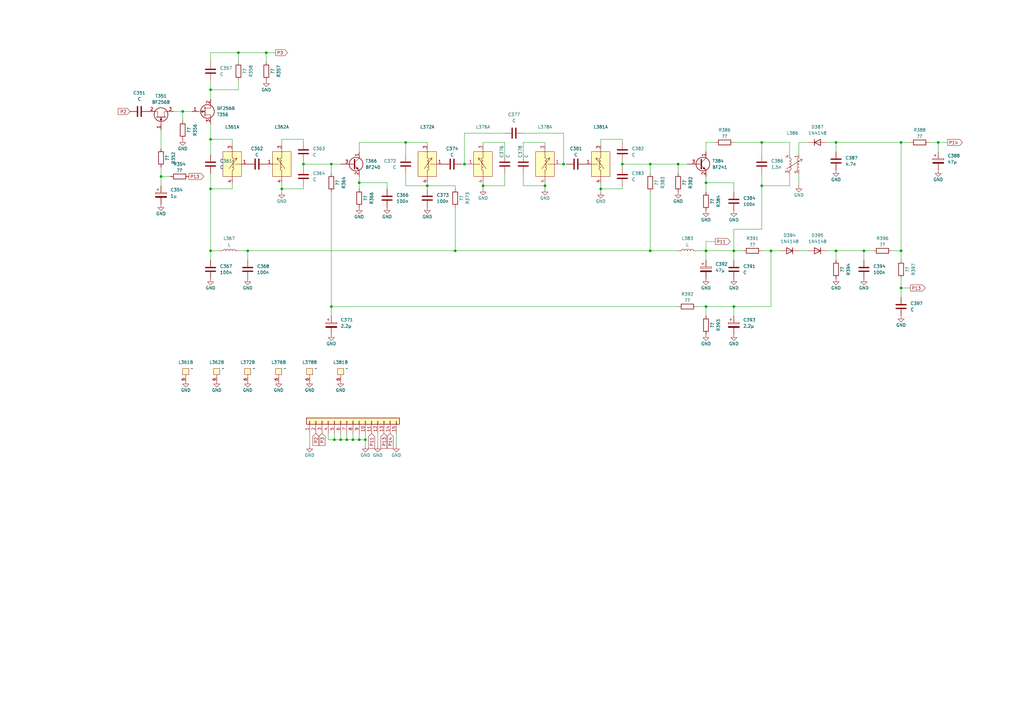
<source format=kicad_sch>
(kicad_sch (version 20230121) (generator eeschema)
  (paper "A3")
  (lib_symbols
    (symbol "Connector_Generic:Conn_01x15" (pin_names (offset 1.016) hide)
      (property "Reference" "J" (at 0 20.32 0))
      (property "Value" "Conn_01x15" (at 0 -20.32 0))
      (symbol "Conn_01x15_1_1"
        (rectangle (start -1.27 -17.653) (end 0 -17.907) (stroke (width 0.1524)))
        (rectangle (start -1.27 -15.113) (end 0 -15.367) (stroke (width 0.1524)))
        (rectangle (start -1.27 -12.573) (end 0 -12.827) (stroke (width 0.1524)))
        (rectangle (start -1.27 -10.033) (end 0 -10.287) (stroke (width 0.1524)))
        (rectangle (start -1.27 -7.493) (end 0 -7.747) (stroke (width 0.1524)))
        (rectangle (start -1.27 -4.953) (end 0 -5.207) (stroke (width 0.1524)))
        (rectangle (start -1.27 -2.413) (end 0 -2.667) (stroke (width 0.1524)))
        (rectangle (start -1.27 0.127) (end 0 -0.127) (stroke (width 0.1524)))
        (rectangle (start -1.27 2.667) (end 0 2.413) (stroke (width 0.1524)))
        (rectangle (start -1.27 5.207) (end 0 4.953) (stroke (width 0.1524)))
        (rectangle (start -1.27 7.747) (end 0 7.493) (stroke (width 0.1524)))
        (rectangle (start -1.27 10.287) (end 0 10.033) (stroke (width 0.1524)))
        (rectangle (start -1.27 12.827) (end 0 12.573) (stroke (width 0.1524)))
        (rectangle (start -1.27 15.367) (end 0 15.113) (stroke (width 0.1524)))
        (rectangle (start -1.27 17.907) (end 0 17.653) (stroke (width 0.1524)))
        (rectangle (start -1.27 19.05) (end 1.27 -19.05) (stroke (width 0.254)) (fill (type background)))
        (pin passive line (at -5.08 17.78 0) (length 3.81) (name "Pin_1") (number "1"))
        (pin passive line (at -5.08 -5.08 0) (length 3.81) (name "Pin_10") (number "10"))
        (pin passive line (at -5.08 -7.62 0) (length 3.81) (name "Pin_11") (number "11"))
        (pin passive line (at -5.08 -10.16 0) (length 3.81) (name "Pin_12") (number "12"))
        (pin passive line (at -5.08 -12.7 0) (length 3.81) (name "Pin_13") (number "13"))
        (pin passive line (at -5.08 -15.24 0) (length 3.81) (name "Pin_14") (number "14"))
        (pin passive line (at -5.08 -17.78 0) (length 3.81) (name "Pin_15") (number "15"))
        (pin passive line (at -5.08 15.24 0) (length 3.81) (name "Pin_2") (number "2"))
        (pin passive line (at -5.08 12.7 0) (length 3.81) (name "Pin_3") (number "3"))
        (pin passive line (at -5.08 10.16 0) (length 3.81) (name "Pin_4") (number "4"))
        (pin passive line (at -5.08 7.62 0) (length 3.81) (name "Pin_5") (number "5"))
        (pin passive line (at -5.08 5.08 0) (length 3.81) (name "Pin_6") (number "6"))
        (pin passive line (at -5.08 2.54 0) (length 3.81) (name "Pin_7") (number "7"))
        (pin passive line (at -5.08 0 0) (length 3.81) (name "Pin_8") (number "8"))
        (pin passive line (at -5.08 -2.54 0) (length 3.81) (name "Pin_9") (number "9"))
      )
    )
    (symbol "Device:C" (pin_numbers hide) (pin_names (offset 0.254))
      (property "Reference" "C" (at 0.635 2.54 0))
      (property "Value" "C" (at 0.635 -2.54 0))
      (symbol "C_0_1"
        (polyline (pts (xy -2.032 -0.762) (xy 2.032 -0.762)) (stroke (width 0.508)))
        (polyline (pts (xy -2.032 0.762) (xy 2.032 0.762)) (stroke (width 0.508)))
      )
      (symbol "C_1_1"
        (pin passive line (at 0 3.81 270) (length 2.794) (name "~") (number "1"))
        (pin passive line (at 0 -3.81 90) (length 2.794) (name "~") (number "2"))
      )
    )
    (symbol "Device:C_Polarized" (pin_numbers hide) (pin_names (offset 0.254))
      (property "Reference" "C" (at 0.635 2.54 0))
      (property "Value" "C_Polarized" (at 0.635 -2.54 0))
      (symbol "C_Polarized_0_1"
        (rectangle (start -2.286 0.508) (end 2.286 1.016))
        (polyline (pts (xy -1.778 2.286) (xy -0.762 2.286)))
        (polyline (pts (xy -1.27 2.794) (xy -1.27 1.778)))
        (rectangle (start 2.286 -0.508) (end -2.286 -1.016) (fill (type outline)))
      )
      (symbol "C_Polarized_1_1"
        (pin passive line (at 0 3.81 270) (length 2.794) (name "~") (number "1"))
        (pin passive line (at 0 -3.81 90) (length 2.794) (name "~") (number "2"))
      )
    )
    (symbol "Device:L" (pin_numbers hide) (pin_names (offset 1.016) hide)
      (property "Reference" "L" (at -1.27 0 90))
      (property "Value" "L" (at 1.905 0 90))
      (symbol "L_0_1"
        (arc (start 0 -2.54) (mid 0.6323 -1.905) (end 0 -1.27))
        (arc (start 0 -1.27) (mid 0.6323 -0.635) (end 0 0))
        (arc (start 0 0) (mid 0.6323 0.635) (end 0 1.27))
        (arc (start 0 1.27) (mid 0.6323 1.905) (end 0 2.54))
      )
      (symbol "L_1_1"
        (pin passive line (at 0 3.81 270) (length 1.27) (name "1") (number "1"))
        (pin passive line (at 0 -3.81 90) (length 1.27) (name "2") (number "2"))
      )
    )
    (symbol "Device:R" (pin_numbers hide) (pin_names (offset 0))
      (property "Reference" "R" (at 2.032 0 90))
      (property "Value" "R" (at 0 0 90))
      (symbol "R_0_1"
        (rectangle (start -1.016 -2.54) (end 1.016 2.54) (stroke (width 0.254)))
      )
      (symbol "R_1_1"
        (pin passive line (at 0 3.81 270) (length 1.27) (name "~") (number "1"))
        (pin passive line (at 0 -3.81 90) (length 1.27) (name "~") (number "2"))
      )
    )
    (symbol "Diode:1N4148" (pin_numbers hide) (pin_names hide)
      (property "Reference" "D" (at 0 2.54 0))
      (property "Value" "1N4148" (at 0 -2.54 0))
      (symbol "1N4148_0_1"
        (polyline (pts (xy -1.27 1.27) (xy -1.27 -1.27)) (stroke (width 0.254)))
        (polyline (pts (xy 1.27 0) (xy -1.27 0)))
        (polyline (pts (xy 1.27 1.27) (xy 1.27 -1.27) (xy -1.27 0) (xy 1.27 1.27)) (stroke (width 0.254)))
      )
      (symbol "1N4148_1_1"
        (pin passive line (at -3.81 0 0) (length 2.54) (name "K") (number "1"))
        (pin passive line (at 3.81 0 180) (length 2.54) (name "A") (number "2"))
      )
    )
    (symbol "Library:L_Adjustable_3Pin"
      (property "Reference" "U" (at 0 3.81 0))
      (symbol "L_Adjustable_3Pin_1_1"
        (rectangle (start -3.81 0) (end 3.81 -10.16) (fill (type background)))
        (arc (start 0 -7.62) (mid 0.6323 -6.985) (end 0 -6.35))
        (arc (start 0 -6.35) (mid 0.6323 -5.715) (end 0 -5.08))
        (arc (start 0 -5.08) (mid 0.6323 -4.445) (end 0 -3.81))
        (arc (start 0 -3.81) (mid 0.6323 -3.175) (end 0 -2.54))
        (polyline (pts (xy -1.27 -6.985) (xy 1.905 -2.54)))
        (polyline (pts (xy 0 -8.89) (xy 0 -11.43)))
        (polyline (pts (xy 0 -8.89) (xy 0 -7.62)))
        (polyline (pts (xy 0 -1.27) (xy 0 -2.54)))
        (polyline (pts (xy 0 1.27) (xy 0 -1.27)))
        (polyline (pts (xy 1.905 -2.54) (xy 1.016 -2.921)))
        (polyline (pts (xy 1.905 -2.54) (xy 1.778 -3.429)))
        (polyline (pts (xy 3.81 -5.08) (xy 1.27 -5.08)))
        (pin passive line (at 6.35 -5.08 180) (length 2.54) (name "") (number "1"))
        (pin passive line (at 0 2.54 270) (length 1.27) (name "") (number "3"))
        (pin passive line (at 0 -12.7 90) (length 1.27) (name "") (number "4"))
      )
      (symbol "L_Adjustable_3Pin_2_1"
        (rectangle (start -1.27 1.27) (end 1.27 -1.27) (fill (type background)))
        (polyline (pts (xy 0 -2.54) (xy 0 -1.27)))
        (pin passive line (at 0 -3.81 90) (length 1.27) (name "") (number "6"))
      )
    )
    (symbol "Library:L_Adjustable_4Pin"
      (property "Reference" "U" (at 2.54 2.54 0))
      (property "Value" "L_Adjustable_4Pin" (at 2.54 2.54 0))
      (symbol "L_Adjustable_4Pin_0_1"
        (arc (start 0 -6.35) (mid 0.6323 -5.715) (end 0 -5.08))
        (arc (start 0 -5.08) (mid 0.6323 -4.445) (end 0 -3.81))
        (arc (start 0 -3.81) (mid 0.6323 -3.175) (end 0 -2.54))
        (arc (start 0 -2.54) (mid 0.6323 -1.905) (end 0 -1.27))
        (polyline (pts (xy -1.27 -5.715) (xy 5.08 -1.905)))
        (polyline (pts (xy 5.08 -1.905) (xy 4.191 -1.778)))
        (polyline (pts (xy 5.08 -1.905) (xy 4.826 -2.794)))
        (arc (start 3.8073 -5.08) (mid 3.175 -5.715) (end 3.8073 -6.35))
        (arc (start 3.8073 -3.81) (mid 3.175 -4.445) (end 3.8073 -5.08))
        (arc (start 3.8073 -2.54) (mid 3.175 -3.175) (end 3.8073 -3.81))
        (arc (start 3.8073 -1.27) (mid 3.175 -1.905) (end 3.8073 -2.54))
      )
      (symbol "L_Adjustable_4Pin_1_1"
        (pin passive line (at 3.81 0 270) (length 1.27) (name "") (number "1"))
        (pin passive line (at 0 -7.62 90) (length 1.27) (name "") (number "3"))
        (pin passive line (at 0 0 270) (length 1.27) (name "") (number "4"))
        (pin passive line (at 3.81 -7.62 90) (length 1.27) (name "") (number "5"))
      )
    )
    (symbol "Transistor_BJT:BC240" (pin_names (offset 0) hide)
      (property "Reference" "Q" (at 5.08 1.905 0))
      (property "Value" "BC240" (at 5.08 0 0))
      (symbol "BC240_0_1"
        (polyline (pts (xy 0 0) (xy 0.635 0)))
        (polyline (pts (xy 0.635 0.635) (xy 2.54 2.54)))
        (polyline (pts (xy 0.635 -0.635) (xy 2.54 -2.54) (xy 2.54 -2.54)))
        (polyline (pts (xy 0.635 1.905) (xy 0.635 -1.905) (xy 0.635 -1.905)) (stroke (width 0.508)))
        (polyline (pts (xy 1.27 -1.778) (xy 1.778 -1.27) (xy 2.286 -2.286) (xy 1.27 -1.778) (xy 1.27 -1.778)) (fill (type outline)))
        (circle (center 1.27 0) (radius 2.8194) (stroke (width 0.254)))
      )
      (symbol "BC240_1_1"
        (pin passive line (at 2.54 5.08 270) (length 2.54) (name "C") (number "1"))
        (pin passive line (at 2.54 -5.08 90) (length 2.54) (name "E") (number "2"))
        (pin input line (at -5.08 0 0) (length 5.08) (name "B") (number "3"))
      )
    )
    (symbol "Transistor_FET:BF245B" (pin_names hide)
      (property "Reference" "Q" (at 5.08 1.905 0))
      (property "Value" "BF245B" (at 5.08 0 0))
      (symbol "BF245B_0_1"
        (polyline (pts (xy 0.254 0) (xy -2.54 0)))
        (polyline (pts (xy 0.254 1.905) (xy 0.254 -1.905)) (stroke (width 0.254)))
        (polyline (pts (xy 2.54 -2.54) (xy 2.54 -1.397) (xy 0.254 -1.397)))
        (polyline (pts (xy 2.54 2.54) (xy 2.54 1.397) (xy 0.254 1.397)))
        (polyline (pts (xy 0 0) (xy -1.016 0.381) (xy -1.016 -0.381) (xy 0 0)) (fill (type outline)))
        (circle (center 1.27 0) (radius 2.8194) (stroke (width 0.254)))
      )
      (symbol "BF245B_1_1"
        (pin input line (at -5.08 0 0) (length 2.54) (name "G") (number "1"))
        (pin passive line (at 2.54 -5.08 90) (length 2.54) (name "S") (number "2"))
        (pin passive line (at 2.54 5.08 270) (length 2.54) (name "D") (number "3"))
      )
    )
    (symbol "power:GND" (power) (pin_names (offset 0))
      (property "Value" "GND" (at 0 -3.81 0))
      (symbol "GND_0_1"
        (polyline (pts (xy 0 0) (xy 0 -1.27) (xy 1.27 -1.27) (xy 0 -2.54) (xy -1.27 -1.27) (xy 0 -1.27)))
      )
      (symbol "GND_1_1"
        (pin power_in line (at 0 0 270) (length 0) hide (name "GND") (number "1"))
      )
    )
  )
  (junction (at 289.56 125.73))
  (junction (at 101.6 102.87))
  (junction (at 312.42 76.2))
  (junction (at 198.12 76.2))
  (junction (at 142.24 180.34))
  (junction (at 175.26 76.2))
  (junction (at 289.56 102.87))
  (junction (at 186.69 102.87))
  (junction (at 86.36 57.15))
  (junction (at 166.37 58.42))
  (junction (at 278.13 67.31))
  (junction (at 97.79 21.59))
  (junction (at 147.32 180.34))
  (junction (at 289.56 74.93))
  (junction (at 300.99 102.87))
  (junction (at 149.86 180.34))
  (junction (at 300.99 125.73))
  (junction (at 147.32 74.93))
  (junction (at 135.89 125.73))
  (junction (at 223.52 76.2))
  (junction (at 266.7 67.31))
  (junction (at 86.36 77.47))
  (junction (at 342.9 58.42))
  (junction (at 74.93 45.72))
  (junction (at 342.9 102.87))
  (junction (at 384.81 58.42))
  (junction (at 86.36 102.87))
  (junction (at 86.36 36.83))
  (junction (at 312.42 58.42))
  (junction (at 369.57 58.42))
  (junction (at 369.57 118.11))
  (junction (at 135.89 67.31))
  (junction (at 66.04 72.39))
  (junction (at 139.7 180.34))
  (junction (at 115.57 77.47))
  (junction (at 246.38 77.47))
  (junction (at 231.14 67.31))
  (junction (at 369.57 102.87))
  (junction (at 109.22 21.59))
  (junction (at 137.16 180.34))
  (junction (at 124.46 67.31))
  (junction (at 316.23 102.87))
  (junction (at 354.33 102.87))
  (junction (at 144.78 180.34))
  (junction (at 190.5 67.31))
  (junction (at 266.7 102.87))
  (junction (at 255.27 67.31))
  (wire (pts (xy 149.86 180.34) (xy 149.86 182.88)))
  (wire (pts (xy 223.52 74.93) (xy 223.52 76.2)))
  (wire (pts (xy 95.25 57.15) (xy 86.36 57.15)))
  (wire (pts (xy 223.52 76.2) (xy 223.52 77.47)))
  (wire (pts (xy 166.37 76.2) (xy 175.26 76.2)))
  (wire (pts (xy 289.56 99.06) (xy 289.56 102.87)))
  (wire (pts (xy 69.85 72.39) (xy 66.04 72.39)))
  (wire (pts (xy 293.37 58.42) (xy 289.56 58.42)))
  (wire (pts (xy 147.32 180.34) (xy 149.86 180.34)))
  (wire (pts (xy 198.12 59.69) (xy 198.12 58.42)))
  (wire (pts (xy 300.99 74.93) (xy 289.56 74.93)))
  (wire (pts (xy 342.9 58.42) (xy 342.9 62.23)))
  (wire (pts (xy 246.38 77.47) (xy 246.38 78.74)))
  (wire (pts (xy 289.56 102.87) (xy 300.99 102.87)))
  (wire (pts (xy 147.32 74.93) (xy 158.75 74.93)))
  (wire (pts (xy 300.99 106.68) (xy 300.99 102.87)))
  (wire (pts (xy 207.01 71.12) (xy 207.01 76.2)))
  (wire (pts (xy 135.89 125.73) (xy 135.89 129.54)))
  (wire (pts (xy 147.32 77.47) (xy 147.32 74.93)))
  (wire (pts (xy 232.41 67.31) (xy 231.14 67.31)))
  (wire (pts (xy 369.57 114.3) (xy 369.57 118.11)))
  (wire (pts (xy 86.36 21.59) (xy 97.79 21.59)))
  (wire (pts (xy 95.25 59.69) (xy 95.25 57.15)))
  (wire (pts (xy 266.7 71.12) (xy 266.7 67.31)))
  (wire (pts (xy 186.69 85.09) (xy 186.69 102.87)))
  (wire (pts (xy 323.85 63.5) (xy 323.85 58.42)))
  (wire (pts (xy 327.66 71.12) (xy 327.66 76.2)))
  (wire (pts (xy 191.77 67.31) (xy 190.5 67.31)))
  (wire (pts (xy 246.38 74.93) (xy 246.38 77.47)))
  (wire (pts (xy 175.26 59.69) (xy 175.26 58.42)))
  (wire (pts (xy 255.27 67.31) (xy 266.7 67.31)))
  (wire (pts (xy 342.9 102.87) (xy 342.9 106.68)))
  (wire (pts (xy 86.36 57.15) (xy 86.36 63.5)))
  (wire (pts (xy 214.63 54.61) (xy 231.14 54.61)))
  (wire (pts (xy 115.57 74.93) (xy 115.57 77.47)))
  (wire (pts (xy 137.16 180.34) (xy 139.7 180.34)))
  (wire (pts (xy 115.57 77.47) (xy 124.46 77.47)))
  (wire (pts (xy 66.04 72.39) (xy 66.04 76.2)))
  (wire (pts (xy 381 58.42) (xy 384.81 58.42)))
  (wire (pts (xy 255.27 58.42) (xy 255.27 57.15)))
  (wire (pts (xy 300.99 129.54) (xy 300.99 125.73)))
  (wire (pts (xy 312.42 102.87) (xy 316.23 102.87)))
  (wire (pts (xy 86.36 25.4) (xy 86.36 21.59)))
  (wire (pts (xy 139.7 180.34) (xy 142.24 180.34)))
  (wire (pts (xy 293.37 99.06) (xy 289.56 99.06)))
  (wire (pts (xy 95.25 77.47) (xy 86.36 77.47)))
  (wire (pts (xy 231.14 67.31) (xy 231.14 54.61)))
  (wire (pts (xy 289.56 72.39) (xy 289.56 74.93)))
  (wire (pts (xy 369.57 118.11) (xy 373.38 118.11)))
  (wire (pts (xy 142.24 177.8) (xy 142.24 180.34)))
  (wire (pts (xy 198.12 58.42) (xy 207.01 58.42)))
  (wire (pts (xy 285.75 125.73) (xy 289.56 125.73)))
  (wire (pts (xy 255.27 66.04) (xy 255.27 67.31)))
  (wire (pts (xy 369.57 102.87) (xy 369.57 106.68)))
  (wire (pts (xy 127 177.8) (xy 127 182.88)))
  (wire (pts (xy 186.69 102.87) (xy 266.7 102.87)))
  (wire (pts (xy 149.86 177.8) (xy 149.86 180.34)))
  (wire (pts (xy 97.79 21.59) (xy 97.79 25.4)))
  (wire (pts (xy 255.27 57.15) (xy 246.38 57.15)))
  (wire (pts (xy 101.6 102.87) (xy 101.6 106.68)))
  (wire (pts (xy 266.7 102.87) (xy 278.13 102.87)))
  (wire (pts (xy 354.33 106.68) (xy 354.33 102.87)))
  (wire (pts (xy 66.04 72.39) (xy 66.04 68.58)))
  (wire (pts (xy 266.7 78.74) (xy 266.7 102.87)))
  (wire (pts (xy 214.63 71.12) (xy 214.63 76.2)))
  (wire (pts (xy 86.36 33.02) (xy 86.36 36.83)))
  (wire (pts (xy 90.17 102.87) (xy 86.36 102.87)))
  (wire (pts (xy 289.56 58.42) (xy 289.56 62.23)))
  (wire (pts (xy 323.85 58.42) (xy 312.42 58.42)))
  (wire (pts (xy 339.09 58.42) (xy 342.9 58.42)))
  (wire (pts (xy 289.56 74.93) (xy 289.56 78.74)))
  (wire (pts (xy 312.42 63.5) (xy 312.42 58.42)))
  (wire (pts (xy 109.22 21.59) (xy 97.79 21.59)))
  (wire (pts (xy 86.36 50.8) (xy 86.36 57.15)))
  (wire (pts (xy 97.79 36.83) (xy 86.36 36.83)))
  (wire (pts (xy 135.89 67.31) (xy 139.7 67.31)))
  (wire (pts (xy 175.26 74.93) (xy 175.26 76.2)))
  (wire (pts (xy 278.13 67.31) (xy 278.13 71.12)))
  (wire (pts (xy 223.52 76.2) (xy 214.63 76.2)))
  (wire (pts (xy 186.69 77.47) (xy 186.69 76.2)))
  (wire (pts (xy 109.22 21.59) (xy 113.03 21.59)))
  (wire (pts (xy 369.57 58.42) (xy 369.57 102.87)))
  (wire (pts (xy 166.37 71.12) (xy 166.37 76.2)))
  (wire (pts (xy 354.33 102.87) (xy 358.14 102.87)))
  (wire (pts (xy 147.32 72.39) (xy 147.32 74.93)))
  (wire (pts (xy 166.37 58.42) (xy 166.37 63.5)))
  (wire (pts (xy 384.81 58.42) (xy 388.62 58.42)))
  (wire (pts (xy 384.81 58.42) (xy 384.81 62.23)))
  (wire (pts (xy 97.79 33.02) (xy 97.79 36.83)))
  (wire (pts (xy 354.33 102.87) (xy 342.9 102.87)))
  (wire (pts (xy 369.57 118.11) (xy 369.57 121.92)))
  (wire (pts (xy 300.99 93.98) (xy 312.42 93.98)))
  (wire (pts (xy 320.04 102.87) (xy 316.23 102.87)))
  (wire (pts (xy 281.94 67.31) (xy 278.13 67.31)))
  (wire (pts (xy 115.57 77.47) (xy 115.57 78.74)))
  (wire (pts (xy 289.56 125.73) (xy 289.56 129.54)))
  (wire (pts (xy 115.57 57.15) (xy 115.57 59.69)))
  (wire (pts (xy 365.76 102.87) (xy 369.57 102.87)))
  (wire (pts (xy 71.12 45.72) (xy 74.93 45.72)))
  (wire (pts (xy 312.42 58.42) (xy 300.99 58.42)))
  (wire (pts (xy 189.23 67.31) (xy 190.5 67.31)))
  (wire (pts (xy 300.99 78.74) (xy 300.99 74.93)))
  (wire (pts (xy 147.32 177.8) (xy 147.32 180.34)))
  (wire (pts (xy 66.04 53.34) (xy 66.04 60.96)))
  (wire (pts (xy 327.66 58.42) (xy 327.66 63.5)))
  (wire (pts (xy 109.22 25.4) (xy 109.22 21.59)))
  (wire (pts (xy 144.78 177.8) (xy 144.78 180.34)))
  (wire (pts (xy 147.32 58.42) (xy 166.37 58.42)))
  (wire (pts (xy 312.42 76.2) (xy 323.85 76.2)))
  (wire (pts (xy 190.5 54.61) (xy 190.5 67.31)))
  (wire (pts (xy 198.12 76.2) (xy 198.12 74.93)))
  (wire (pts (xy 323.85 71.12) (xy 323.85 76.2)))
  (wire (pts (xy 74.93 45.72) (xy 78.74 45.72)))
  (wire (pts (xy 327.66 102.87) (xy 331.47 102.87)))
  (wire (pts (xy 124.46 77.47) (xy 124.46 76.2)))
  (wire (pts (xy 101.6 102.87) (xy 186.69 102.87)))
  (wire (pts (xy 312.42 76.2) (xy 312.42 71.12)))
  (wire (pts (xy 162.56 177.8) (xy 162.56 182.88)))
  (wire (pts (xy 158.75 74.93) (xy 158.75 77.47)))
  (wire (pts (xy 223.52 58.42) (xy 214.63 58.42)))
  (wire (pts (xy 300.99 125.73) (xy 289.56 125.73)))
  (wire (pts (xy 285.75 102.87) (xy 289.56 102.87)))
  (wire (pts (xy 207.01 76.2) (xy 198.12 76.2)))
  (wire (pts (xy 175.26 76.2) (xy 175.26 77.47)))
  (wire (pts (xy 135.89 78.74) (xy 135.89 125.73)))
  (wire (pts (xy 86.36 71.12) (xy 86.36 77.47)))
  (wire (pts (xy 86.36 102.87) (xy 86.36 106.68)))
  (wire (pts (xy 331.47 58.42) (xy 327.66 58.42)))
  (wire (pts (xy 342.9 58.42) (xy 369.57 58.42)))
  (wire (pts (xy 97.79 102.87) (xy 101.6 102.87)))
  (wire (pts (xy 223.52 59.69) (xy 223.52 58.42)))
  (wire (pts (xy 373.38 58.42) (xy 369.57 58.42)))
  (wire (pts (xy 175.26 76.2) (xy 186.69 76.2)))
  (wire (pts (xy 139.7 177.8) (xy 139.7 180.34)))
  (wire (pts (xy 95.25 74.93) (xy 95.25 77.47)))
  (wire (pts (xy 134.62 180.34) (xy 137.16 180.34)))
  (wire (pts (xy 255.27 76.2) (xy 255.27 77.47)))
  (wire (pts (xy 266.7 67.31) (xy 278.13 67.31)))
  (wire (pts (xy 289.56 102.87) (xy 289.56 106.68)))
  (wire (pts (xy 74.93 45.72) (xy 74.93 49.53)))
  (wire (pts (xy 124.46 67.31) (xy 124.46 68.58)))
  (wire (pts (xy 124.46 57.15) (xy 115.57 57.15)))
  (wire (pts (xy 214.63 58.42) (xy 214.63 63.5)))
  (wire (pts (xy 166.37 58.42) (xy 175.26 58.42)))
  (wire (pts (xy 255.27 68.58) (xy 255.27 67.31)))
  (wire (pts (xy 86.36 77.47) (xy 86.36 102.87)))
  (wire (pts (xy 339.09 102.87) (xy 342.9 102.87)))
  (wire (pts (xy 144.78 180.34) (xy 147.32 180.34)))
  (wire (pts (xy 124.46 67.31) (xy 135.89 67.31)))
  (wire (pts (xy 147.32 58.42) (xy 147.32 62.23)))
  (wire (pts (xy 300.99 93.98) (xy 300.99 102.87)))
  (wire (pts (xy 300.99 102.87) (xy 304.8 102.87)))
  (wire (pts (xy 190.5 54.61) (xy 207.01 54.61)))
  (wire (pts (xy 229.87 67.31) (xy 231.14 67.31)))
  (wire (pts (xy 246.38 57.15) (xy 246.38 59.69)))
  (wire (pts (xy 124.46 58.42) (xy 124.46 57.15)))
  (wire (pts (xy 124.46 66.04) (xy 124.46 67.31)))
  (wire (pts (xy 198.12 76.2) (xy 198.12 77.47)))
  (wire (pts (xy 135.89 67.31) (xy 135.89 71.12)))
  (wire (pts (xy 135.89 125.73) (xy 278.13 125.73)))
  (wire (pts (xy 316.23 102.87) (xy 316.23 125.73)))
  (wire (pts (xy 142.24 180.34) (xy 144.78 180.34)))
  (wire (pts (xy 300.99 125.73) (xy 316.23 125.73)))
  (wire (pts (xy 137.16 177.8) (xy 137.16 180.34)))
  (wire (pts (xy 312.42 93.98) (xy 312.42 76.2)))
  (wire (pts (xy 207.01 58.42) (xy 207.01 63.5)))
  (wire (pts (xy 86.36 36.83) (xy 86.36 40.64)))
  (wire (pts (xy 134.62 177.8) (xy 134.62 180.34)))
  (wire (pts (xy 255.27 77.47) (xy 246.38 77.47)))
  (wire (pts (xy 154.94 177.8) (xy 154.94 182.88)))
  (global_label "P2" (shape input) (at 53.34 45.72 180) (property "Intersheetrefs" "${INTERSHEET_REFS}" (effects hide)))
  (global_label "P11" (shape input) (at 152.4 177.8 270) (property "Intersheetrefs" "${INTERSHEET_REFS}" (effects hide)))
  (global_label "P3" (shape input) (at 132.08 177.8 270) (property "Intersheetrefs" "${INTERSHEET_REFS}" (effects hide)))
  (global_label "P2" (shape input) (at 129.54 177.8 270) (property "Intersheetrefs" "${INTERSHEET_REFS}" (effects hide)))
  (global_label "P13" (shape input) (at 157.48 177.8 270) (property "Intersheetrefs" "${INTERSHEET_REFS}" (effects hide)))
  (global_label "P14" (shape output) (at 388.62 58.42 0) (property "Intersheetrefs" "${INTERSHEET_REFS}" (effects hide)))
  (global_label "P13" (shape output) (at 373.38 118.11 0) (property "Intersheetrefs" "${INTERSHEET_REFS}" (effects hide)))
  (global_label "P13" (shape output) (at 77.47 72.39 0) (property "Intersheetrefs" "${INTERSHEET_REFS}" (effects hide)))
  (global_label "P14" (shape input) (at 160.02 177.8 270) (property "Intersheetrefs" "${INTERSHEET_REFS}" (effects hide)))
  (global_label "P11" (shape output) (at 293.37 99.06 0) (property "Intersheetrefs" "${INTERSHEET_REFS}" (effects hide)))
  (global_label "P3" (shape output) (at 113.03 21.59 0) (property "Intersheetrefs" "${INTERSHEET_REFS}" (effects hide)))
  (symbol (lib_id "Connector_Generic:Conn_01x15") (at 144.78 172.72 90) (unit 1)
    (property "Reference" "J1" (effects hide))
    (property "Value" "Conn_01x15" (effects hide))
    (property "Footprint" "Stereo-Decoder-Modul:Connector_01x15_5mm" (effects hide))
  )
  (symbol (lib_id "power:GND") (at 76.2 156.21 0) (unit 1)
    (property "Reference" "#PWR030" (effects hide))
    (property "Value" "GND" (at 76.2 160.02 0))
  )
  (symbol (lib_id "power:GND") (at 354.33 114.3 0) (unit 1)
    (property "Reference" "#PWR020" (effects hide))
    (property "Value" "GND" (at 354.33 118.11 0))
  )
  (symbol (lib_id "Device:R") (at 289.56 82.55 0) (mirror x) (unit 1)
    (property "Reference" "R384" (at 294.64 82.55 90))
    (property "Value" "??" (at 292.1 82.55 90))
    (property "Footprint" "Resistor_THT:R_Axial_DIN0207_L6.3mm_D2.5mm_P5.08mm_Vertical" (effects hide))
  )
  (symbol (lib_id "Device:C_Polarized") (at 289.56 110.49 0) (unit 1)
    (property "Reference" "C392" (at 293.37 108.331 0) (effects (justify left)))
    (property "Value" "47µ" (at 293.37 110.871 0) (effects (justify left)))
    (property "Footprint" "Capacitor_THT:CP_Radial_D6.3mm_P2.50mm" (effects hide))
  )
  (symbol (lib_id "Device:C") (at 300.99 110.49 0) (unit 1)
    (property "Reference" "C391" (at 304.8 109.22 0) (effects (justify left)))
    (property "Value" "C" (at 304.8 111.76 0) (effects (justify left)))
    (property "Footprint" "Capacitor_THT:C_Rect_L7.2mm_W4.5mm_P5.00mm_FKS2_FKP2_MKS2_MKP2" (effects hide))
  )
  (symbol (lib_id "Device:C") (at 342.9 66.04 0) (unit 1)
    (property "Reference" "C387" (at 346.71 64.77 0) (effects (justify left)))
    (property "Value" "4.7n" (at 346.71 67.31 0) (effects (justify left)))
    (property "Footprint" "Capacitor_THT:C_Disc_D4.3mm_W1.9mm_P5.00mm" (effects hide))
  )
  (symbol (lib_id "Device:C") (at 175.26 81.28 0) (unit 1)
    (property "Reference" "C373" (at 179.07 80.01 0) (effects (justify left)))
    (property "Value" "100n" (at 179.07 82.55 0) (effects (justify left)))
    (property "Footprint" "Capacitor_THT:C_Rect_L7.0mm_W2.5mm_P5.00mm" (effects hide))
  )
  (symbol (lib_id "Device:C") (at 105.41 67.31 90) (unit 1)
    (property "Reference" "C362" (at 105.41 60.96 90))
    (property "Value" "C" (at 105.41 63.5 90))
    (property "Footprint" "Inductor_THT:L_Axial_L7.0mm_D3.3mm_P5.08mm_Vertical_Fastron_MICC" (effects hide))
  )
  (symbol (lib_id "Device:C_Polarized") (at 66.04 80.01 0) (unit 1)
    (property "Reference" "C354" (at 69.85 77.851 0) (effects (justify left)))
    (property "Value" "1µ" (at 69.85 80.391 0) (effects (justify left)))
    (property "Footprint" "Capacitor_THT:C_Rect_L7.2mm_W7.2mm_P5.00mm_FKS2_FKP2_MKS2_MKP2" (effects hide))
  )
  (symbol (lib_id "Device:C") (at 86.36 29.21 0) (unit 1)
    (property "Reference" "C357" (at 90.17 27.94 0) (effects (justify left)))
    (property "Value" "C" (at 90.17 30.48 0) (effects (justify left)))
    (property "Footprint" "Capacitor_THT:C_Rect_L7.0mm_W2.5mm_P5.00mm" (effects hide))
  )
  (symbol (lib_id "Device:C") (at 354.33 110.49 0) (unit 1)
    (property "Reference" "C394" (at 358.14 109.22 0) (effects (justify left)))
    (property "Value" "100n" (at 358.14 111.76 0) (effects (justify left)))
    (property "Footprint" "Capacitor_THT:C_Disc_D4.3mm_W1.9mm_P5.00mm" (effects hide))
  )
  (symbol (lib_id "power:GND") (at 135.89 137.16 0) (unit 1)
    (property "Reference" "#PWR025" (effects hide))
    (property "Value" "GND" (at 135.89 140.97 0))
  )
  (symbol (lib_id "Device:R") (at 289.56 133.35 0) (unit 1)
    (property "Reference" "R393" (at 294.64 133.35 90))
    (property "Value" "??" (at 292.1 133.35 90))
    (property "Footprint" "Resistor_THT:R_Axial_DIN0207_L6.3mm_D2.5mm_P5.08mm_Vertical" (effects hide))
  )
  (symbol (lib_id "power:GND") (at 74.93 57.15 0) (unit 1)
    (property "Reference" "#PWR011" (effects hide))
    (property "Value" "GND" (at 74.93 60.96 0))
  )
  (symbol (lib_id "Device:R") (at 66.04 64.77 0) (mirror x) (unit 1)
    (property "Reference" "R352" (at 71.12 64.77 90))
    (property "Value" "??" (at 68.58 64.77 90))
    (property "Footprint" "Resistor_THT:R_Axial_DIN0207_L6.3mm_D2.5mm_P5.08mm_Vertical" (effects hide))
  )
  (symbol (lib_id "Device:R") (at 278.13 74.93 0) (mirror x) (unit 1)
    (property "Reference" "R382" (at 283.21 74.93 90))
    (property "Value" "??" (at 280.67 74.93 90))
    (property "Footprint" "Resistor_THT:R_Axial_DIN0207_L6.3mm_D2.5mm_P5.08mm_Vertical" (effects hide))
  )
  (symbol (lib_id "Device:C_Polarized") (at 384.81 66.04 0) (unit 1)
    (property "Reference" "C388" (at 388.62 63.881 0) (effects (justify left)))
    (property "Value" "47µ" (at 388.62 66.421 0) (effects (justify left)))
    (property "Footprint" "Capacitor_THT:CP_Radial_D6.3mm_P2.50mm" (effects hide))
  )
  (symbol (lib_id "Diode:1N4148") (at 323.85 102.87 180) (unit 1)
    (property "Reference" "D394" (at 323.85 96.52 0))
    (property "Value" "1N4148" (at 323.85 99.06 0))
    (property "Footprint" "Diode_THT:D_DO-35_SOD27_P5.08mm_Vertical_AnodeUp" (effects hide))
    (property "Datasheet" "https://assets.nexperia.com/documents/data-sheet/1N4148_1N4448.pdf" (effects hide))
    (property "Sim.Device" "D" (effects hide))
    (property "Sim.Pins" "1=K 2=A" (effects hide))
  )
  (symbol (lib_id "power:GND") (at 127 182.88 0) (unit 1)
    (property "Reference" "#PWR028" (effects hide))
    (property "Value" "GND" (at 127 186.69 0))
  )
  (symbol (lib_id "power:GND") (at 101.6 114.3 0) (unit 1)
    (property "Reference" "#PWR014" (effects hide))
    (property "Value" "GND" (at 101.6 118.11 0))
  )
  (symbol (lib_id "Device:C") (at 86.36 110.49 0) (unit 1)
    (property "Reference" "C367" (at 90.17 109.22 0) (effects (justify left)))
    (property "Value" "100n" (at 90.17 111.76 0) (effects (justify left)))
    (property "Footprint" "Capacitor_THT:C_Rect_L7.0mm_W2.5mm_P5.00mm" (effects hide))
  )
  (symbol (lib_id "Device:C") (at 255.27 62.23 0) (unit 1)
    (property "Reference" "C382" (at 259.08 60.96 0) (effects (justify left)))
    (property "Value" "C" (at 259.08 63.5 0) (effects (justify left)))
    (property "Footprint" "Inductor_THT:L_Axial_L7.0mm_D3.3mm_P5.08mm_Vertical_Fastron_MICC" (effects hide))
  )
  (symbol (lib_id "power:GND") (at 127 156.21 0) (unit 1)
    (property "Reference" "#PWR034" (effects hide))
    (property "Value" "GND" (at 127 160.02 0))
  )
  (symbol (lib_id "Library:L_Adjustable_3Pin") (at 127 152.4 0) (unit 2)
    (property "Reference" "L378" (at 127 148.59 0))
    (property "Value" "~" (at 129.54 151.13 0))
  )
  (symbol (lib_id "power:GND") (at 289.56 137.16 0) (unit 1)
    (property "Reference" "#PWR017" (effects hide))
    (property "Value" "GND" (at 289.56 140.97 0))
  )
  (symbol (lib_id "Device:R") (at 308.61 102.87 90) (unit 1)
    (property "Reference" "R391" (at 308.61 97.79 90))
    (property "Value" "??" (at 308.61 100.33 90))
    (property "Footprint" "Resistor_THT:R_Axial_DIN0207_L6.3mm_D2.5mm_P5.08mm_Vertical" (effects hide))
  )
  (symbol (lib_id "power:GND") (at 300.99 137.16 0) (unit 1)
    (property "Reference" "#PWR018" (effects hide))
    (property "Value" "GND" (at 300.99 140.97 0))
  )
  (symbol (lib_id "power:GND") (at 154.94 182.88 0) (unit 1)
    (property "Reference" "#PWR0124" (effects hide))
    (property "Value" "GND" (at 154.94 186.69 0))
  )
  (symbol (lib_id "Device:R") (at 147.32 81.28 0) (unit 1)
    (property "Reference" "R366" (at 152.4 81.28 90))
    (property "Value" "??" (at 149.86 81.28 90))
    (property "Footprint" "Resistor_THT:R_Axial_DIN0207_L6.3mm_D2.5mm_P5.08mm_Vertical" (effects hide))
  )
  (symbol (lib_id "power:GND") (at 86.36 114.3 0) (unit 1)
    (property "Reference" "#PWR06" (effects hide))
    (property "Value" "GND" (at 86.36 118.11 0))
  )
  (symbol (lib_id "Device:C") (at 210.82 54.61 90) (unit 1)
    (property "Reference" "C377" (at 210.82 46.99 90))
    (property "Value" "C" (at 210.82 49.53 90))
    (property "Footprint" "Inductor_THT:L_Axial_L7.0mm_D3.3mm_P5.08mm_Vertical_Fastron_MICC" (effects hide))
  )
  (symbol (lib_id "power:GND") (at 327.66 76.2 0) (unit 1)
    (property "Reference" "#PWR022" (effects hide))
    (property "Value" "GND" (at 327.66 80.01 0))
  )
  (symbol (lib_id "power:GND") (at 384.81 69.85 0) (unit 1)
    (property "Reference" "#PWR024" (effects hide))
    (property "Value" "GND" (at 384.81 73.66 0))
  )
  (symbol (lib_id "Device:C") (at 101.6 110.49 0) (unit 1)
    (property "Reference" "C368" (at 105.41 109.22 0) (effects (justify left)))
    (property "Value" "100n" (at 105.41 111.76 0) (effects (justify left)))
    (property "Footprint" "Capacitor_THT:C_Rect_L7.0mm_W2.5mm_P5.00mm" (effects hide))
  )
  (symbol (lib_id "Library:L_Adjustable_3Pin") (at 198.12 62.23 0) (mirror y) (unit 1)
    (property "Reference" "L376" (at 198.12 52.07 0))
    (property "Value" "~" (at 198.12 62.23 0))
    (property "Footprint" "Library:Inductor_Adjustable_7.5mm" (effects hide))
  )
  (symbol (lib_id "power:GND") (at 342.9 114.3 0) (unit 1)
    (property "Reference" "#PWR019" (effects hide))
    (property "Value" "GND" (at 342.9 118.11 0))
  )
  (symbol (lib_id "Device:L") (at 281.94 102.87 270) (mirror x) (unit 1)
    (property "Reference" "L383" (at 281.94 97.79 90))
    (property "Value" "L" (at 281.94 100.33 90))
    (property "Footprint" "Inductor_THT:L_Axial_L7.0mm_D3.3mm_P5.08mm_Vertical_Fastron_MICC" (effects hide))
  )
  (symbol (lib_id "Device:R") (at 361.95 102.87 90) (unit 1)
    (property "Reference" "R396" (at 361.95 97.79 90))
    (property "Value" "??" (at 361.95 100.33 90))
    (property "Footprint" "Resistor_THT:R_Axial_DIN0207_L6.3mm_D2.5mm_P5.08mm_Vertical" (effects hide))
  )
  (symbol (lib_id "Device:C") (at 124.46 72.39 0) (unit 1)
    (property "Reference" "C364" (at 128.27 71.12 0) (effects (justify left)))
    (property "Value" "C" (at 128.27 73.66 0) (effects (justify left)))
    (property "Footprint" "Capacitor_THT:C_Rect_L7.0mm_W2.5mm_P5.00mm" (effects hide))
  )
  (symbol (lib_id "Device:R") (at 74.93 53.34 0) (unit 1)
    (property "Reference" "R356" (at 80.01 53.34 90))
    (property "Value" "??" (at 77.47 53.34 90))
    (property "Footprint" "Resistor_THT:R_Axial_DIN0207_L6.3mm_D2.5mm_P5.08mm_Vertical" (effects hide))
  )
  (symbol (lib_id "power:GND") (at 289.56 86.36 0) (unit 1)
    (property "Reference" "#PWR012" (effects hide))
    (property "Value" "GND" (at 289.56 90.17 0))
  )
  (symbol (lib_id "power:GND") (at 300.99 114.3 0) (unit 1)
    (property "Reference" "#PWR016" (effects hide))
    (property "Value" "GND" (at 300.99 118.11 0))
  )
  (symbol (lib_id "Transistor_FET:BF245B") (at 66.04 48.26 270) (mirror x) (unit 1)
    (property "Reference" "T351" (at 66.04 39.37 90))
    (property "Value" "BF256B" (at 66.04 41.91 90))
    (property "Footprint" "Package_TO_SOT_THT:TO-92_Wide" (effects hide))
    (property "Datasheet" "https://www.onsemi.com/pub/Collateral/BF245A-D.PDF" (effects hide))
  )
  (symbol (lib_id "Device:C") (at 214.63 67.31 0) (unit 1)
    (property "Reference" "C378" (at 213.36 64.77 90) (effects (justify left)))
    (property "Value" "C" (at 215.9 64.77 90) (effects (justify left)))
    (property "Footprint" "Inductor_THT:L_Axial_L7.0mm_D3.3mm_P5.08mm_Vertical_Fastron_MICC" (effects hide))
  )
  (symbol (lib_id "Library:L_Adjustable_3Pin") (at 114.3 152.4 0) (unit 2)
    (property "Reference" "L376" (at 114.3 148.59 0))
    (property "Value" "~" (at 116.84 151.13 0))
  )
  (symbol (lib_id "Device:L") (at 93.98 102.87 270) (mirror x) (unit 1)
    (property "Reference" "L367" (at 93.98 97.79 90))
    (property "Value" "L" (at 93.98 100.33 90))
    (property "Footprint" "Inductor_THT:L_Axial_L7.0mm_D3.3mm_P5.08mm_Vertical_Fastron_MICC" (effects hide))
  )
  (symbol (lib_id "Library:L_Adjustable_3Pin") (at 88.9 152.4 0) (unit 2)
    (property "Reference" "L362" (at 88.9 148.59 0))
    (property "Value" "~" (at 91.44 151.13 0))
  )
  (symbol (lib_id "Library:L_Adjustable_3Pin") (at 76.2 152.4 0) (unit 2)
    (property "Reference" "L361" (at 76.2 148.59 0))
    (property "Value" "~" (at 78.74 151.13 0))
  )
  (symbol (lib_id "Transistor_BJT:BC240") (at 144.78 67.31 0) (unit 1)
    (property "Reference" "T366" (at 149.86 66.04 0) (effects (justify left)))
    (property "Value" "BF240" (at 149.86 68.58 0) (effects (justify left)))
    (property "Footprint" "Package_TO_SOT_THT:TO-92_Wide" (effects hide))
    (property "Datasheet" "https://www.onsemi.com/pub/Collateral/BF420-D.PDF" (effects hide))
  )
  (symbol (lib_id "Device:C") (at 166.37 67.31 0) (unit 1)
    (property "Reference" "C372" (at 162.56 66.04 0) (effects (justify right)))
    (property "Value" "C" (at 162.56 68.58 0) (effects (justify right)))
    (property "Footprint" "Inductor_THT:L_Axial_L7.0mm_D3.3mm_P5.08mm_Vertical_Fastron_MICC" (effects hide))
  )
  (symbol (lib_id "Library:L_Adjustable_3Pin") (at 223.52 62.23 0) (unit 1)
    (property "Reference" "L378" (at 223.52 52.07 0))
    (property "Value" "~" (at 223.52 62.23 0))
    (property "Footprint" "Library:Inductor_Adjustable_7.5mm" (effects hide))
  )
  (symbol (lib_id "Device:C") (at 158.75 81.28 0) (unit 1)
    (property "Reference" "C366" (at 162.56 80.01 0) (effects (justify left)))
    (property "Value" "100n" (at 162.56 82.55 0) (effects (justify left)))
    (property "Footprint" "Capacitor_THT:C_Rect_L7.0mm_W2.5mm_P5.00mm" (effects hide))
  )
  (symbol (lib_id "Device:R") (at 135.89 74.93 0) (mirror x) (unit 1)
    (property "Reference" "R364" (at 140.97 74.93 90))
    (property "Value" "??" (at 138.43 74.93 90))
    (property "Footprint" "Resistor_THT:R_Axial_DIN0207_L6.3mm_D2.5mm_P5.08mm_Vertical" (effects hide))
  )
  (symbol (lib_id "Diode:1N4148") (at 335.28 58.42 0) (unit 1)
    (property "Reference" "D387" (at 335.28 52.07 0))
    (property "Value" "1N4148" (at 335.28 54.61 0))
    (property "Footprint" "Diode_THT:D_DO-35_SOD27_P5.08mm_Vertical_AnodeUp" (effects hide))
    (property "Datasheet" "https://assets.nexperia.com/documents/data-sheet/1N4148_1N4448.pdf" (effects hide))
    (property "Sim.Device" "D" (effects hide))
    (property "Sim.Pins" "1=K 2=A" (effects hide))
  )
  (symbol (lib_id "Device:C") (at 57.15 45.72 90) (unit 1)
    (property "Reference" "C351" (at 57.15 38.1 90))
    (property "Value" "C" (at 57.15 40.64 90))
    (property "Footprint" "Capacitor_THT:C_Disc_D4.3mm_W1.9mm_P5.00mm" (effects hide))
  )
  (symbol (lib_id "Device:R") (at 186.69 81.28 0) (unit 1)
    (property "Reference" "R373" (at 191.77 81.28 90))
    (property "Value" "??" (at 189.23 81.28 90))
    (property "Footprint" "Resistor_THT:R_Axial_DIN0207_L6.3mm_D2.5mm_P5.08mm_Vertical" (effects hide))
  )
  (symbol (lib_id "power:GND") (at 115.57 78.74 0) (unit 1)
    (property "Reference" "#PWR03" (effects hide))
    (property "Value" "GND" (at 115.57 82.55 0))
  )
  (symbol (lib_id "Transistor_FET:BF245B") (at 83.82 45.72 0) (mirror x) (unit 1)
    (property "Reference" "T356" (at 88.9 46.99 0) (effects (justify left)))
    (property "Value" "BF256B" (at 88.9 44.45 0) (effects (justify left)))
    (property "Footprint" "Package_TO_SOT_THT:TO-92_Wide" (effects hide))
    (property "Datasheet" "https://www.onsemi.com/pub/Collateral/BF245A-D.PDF" (effects hide))
  )
  (symbol (lib_id "power:GND") (at 109.22 33.02 0) (unit 1)
    (property "Reference" "#PWR02" (effects hide))
    (property "Value" "GND" (at 109.22 36.83 0))
  )
  (symbol (lib_id "Device:C") (at 86.36 67.31 0) (unit 1)
    (property "Reference" "C361" (at 90.17 66.04 0) (effects (justify left)))
    (property "Value" "C" (at 90.17 68.58 0) (effects (justify left)))
    (property "Footprint" "Inductor_THT:L_Axial_L7.0mm_D3.3mm_P5.08mm_Vertical_Fastron_MICC" (effects hide))
  )
  (symbol (lib_id "power:GND") (at 158.75 85.09 0) (unit 1)
    (property "Reference" "#PWR05" (effects hide))
    (property "Value" "GND" (at 158.75 88.9 0))
  )
  (symbol (lib_id "power:GND") (at 300.99 86.36 0) (unit 1)
    (property "Reference" "#PWR013" (effects hide))
    (property "Value" "GND" (at 300.99 90.17 0))
  )
  (symbol (lib_id "Library:L_Adjustable_3Pin") (at 115.57 62.23 0) (mirror y) (unit 1)
    (property "Reference" "L362" (at 115.57 52.07 0))
    (property "Value" "~" (at 115.57 62.23 0))
    (property "Footprint" "Library:Inductor_Adjustable_7.5mm" (effects hide))
  )
  (symbol (lib_id "Device:R") (at 73.66 72.39 90) (unit 1)
    (property "Reference" "R354" (at 73.66 67.31 90))
    (property "Value" "??" (at 73.66 69.85 90))
    (property "Footprint" "Resistor_THT:R_Axial_DIN0207_L6.3mm_D2.5mm_P5.08mm_Vertical" (effects hide))
  )
  (symbol (lib_id "power:GND") (at 342.9 69.85 0) (unit 1)
    (property "Reference" "#PWR023" (effects hide))
    (property "Value" "GND" (at 342.9 73.66 0))
  )
  (symbol (lib_id "power:GND") (at 198.12 77.47 0) (unit 1)
    (property "Reference" "#PWR08" (effects hide))
    (property "Value" "GND" (at 198.12 81.28 0))
  )
  (symbol (lib_id "Device:R") (at 342.9 110.49 0) (mirror x) (unit 1)
    (property "Reference" "R394" (at 347.98 110.49 90))
    (property "Value" "??" (at 345.44 110.49 90))
    (property "Footprint" "Resistor_THT:R_Axial_DIN0207_L6.3mm_D2.5mm_P5.08mm_Vertical" (effects hide))
  )
  (symbol (lib_id "power:GND") (at 278.13 78.74 0) (unit 1)
    (property "Reference" "#PWR010" (effects hide))
    (property "Value" "GND" (at 278.13 82.55 0))
  )
  (symbol (lib_id "power:GND") (at 66.04 83.82 0) (unit 1)
    (property "Reference" "#PWR01" (effects hide))
    (property "Value" "GND" (at 66.04 87.63 0))
  )
  (symbol (lib_id "Device:C") (at 369.57 125.73 0) (unit 1)
    (property "Reference" "C397" (at 373.38 124.46 0) (effects (justify left)))
    (property "Value" "C" (at 373.38 127 0) (effects (justify left)))
    (property "Footprint" "Capacitor_THT:C_Disc_D4.3mm_W1.9mm_P5.00mm" (effects hide))
  )
  (symbol (lib_id "Library:L_Adjustable_3Pin") (at 175.26 62.23 0) (unit 1)
    (property "Reference" "L372" (at 175.26 52.07 0))
    (property "Value" "~" (at 175.26 62.23 0))
    (property "Footprint" "Library:Inductor_Adjustable_7.5mm" (effects hide))
  )
  (symbol (lib_id "Device:R") (at 281.94 125.73 270) (mirror x) (unit 1)
    (property "Reference" "R392" (at 281.94 120.65 90))
    (property "Value" "??" (at 281.94 123.19 90))
    (property "Footprint" "Resistor_THT:R_Axial_DIN0207_L6.3mm_D2.5mm_P5.08mm_Vertical" (effects hide))
  )
  (symbol (lib_id "power:GND") (at 223.52 77.47 0) (unit 1)
    (property "Reference" "#PWR09" (effects hide))
    (property "Value" "GND" (at 223.52 81.28 0))
  )
  (symbol (lib_id "Device:R") (at 266.7 74.93 0) (unit 1)
    (property "Reference" "R383" (at 271.78 74.93 90))
    (property "Value" "??" (at 269.24 74.93 90))
    (property "Footprint" "Resistor_THT:R_Axial_DIN0207_L6.3mm_D2.5mm_P5.08mm_Vertical" (effects hide))
  )
  (symbol (lib_id "Device:C") (at 255.27 72.39 0) (unit 1)
    (property "Reference" "C383" (at 259.08 71.12 0) (effects (justify left)))
    (property "Value" "C" (at 259.08 73.66 0) (effects (justify left)))
    (property "Footprint" "Capacitor_THT:C_Rect_L7.0mm_W2.5mm_P5.00mm" (effects hide))
  )
  (symbol (lib_id "Device:C") (at 300.99 82.55 0) (unit 1)
    (property "Reference" "C384" (at 304.8 81.28 0) (effects (justify left)))
    (property "Value" "100n" (at 304.8 83.82 0) (effects (justify left)))
    (property "Footprint" "Capacitor_THT:C_Rect_L7.0mm_W2.5mm_P5.00mm" (effects hide))
  )
  (symbol (lib_id "Device:C") (at 312.42 67.31 0) (unit 1)
    (property "Reference" "C386" (at 316.23 66.04 0) (effects (justify left)))
    (property "Value" "1.5n" (at 316.23 68.58 0) (effects (justify left)))
    (property "Footprint" "Inductor_THT:L_Axial_L7.0mm_D3.3mm_P5.08mm_Vertical_Fastron_MICC" (effects hide))
  )
  (symbol (lib_id "power:GND") (at 289.56 114.3 0) (unit 1)
    (property "Reference" "#PWR015" (effects hide))
    (property "Value" "GND" (at 289.56 118.11 0))
  )
  (symbol (lib_id "power:GND") (at 114.3 156.21 0) (unit 1)
    (property "Reference" "#PWR033" (effects hide))
    (property "Value" "GND" (at 114.3 160.02 0))
  )
  (symbol (lib_id "Library:L_Adjustable_4Pin") (at 323.85 63.5 0) (unit 1)
    (property "Reference" "L386" (at 322.58 54.61 0) (effects (justify left)))
    (property "Value" "L_Adjustable_4Pin" (effects hide))
    (property "Footprint" "Library:Inductor_Adjustable_7.5mm" (effects hide))
  )
  (symbol (lib_id "Device:C") (at 236.22 67.31 90) (unit 1)
    (property "Reference" "C381" (at 236.22 60.96 90))
    (property "Value" "C" (at 236.22 63.5 90))
    (property "Footprint" "Inductor_THT:L_Axial_L7.0mm_D3.3mm_P5.08mm_Vertical_Fastron_MICC" (effects hide))
  )
  (symbol (lib_id "Device:C_Polarized") (at 135.89 133.35 0) (unit 1)
    (property "Reference" "C371" (at 139.7 131.191 0) (effects (justify left)))
    (property "Value" "2.2µ" (at 139.7 133.731 0) (effects (justify left)))
    (property "Footprint" "Capacitor_THT:CP_Radial_D5.0mm_P2.00mm" (effects hide))
  )
  (symbol (lib_id "Device:R") (at 297.18 58.42 270) (mirror x) (unit 1)
    (property "Reference" "R386" (at 297.18 53.34 90))
    (property "Value" "??" (at 297.18 55.88 90))
    (property "Footprint" "Resistor_THT:R_Axial_DIN0207_L6.3mm_D2.5mm_P5.08mm_Vertical" (effects hide))
  )
  (symbol (lib_id "power:GND") (at 369.57 129.54 0) (unit 1)
    (property "Reference" "#PWR021" (effects hide))
    (property "Value" "GND" (at 369.57 133.35 0))
  )
  (symbol (lib_id "Transistor_BJT:BC240") (at 287.02 67.31 0) (unit 1)
    (property "Reference" "T384" (at 292.1 66.04 0) (effects (justify left)))
    (property "Value" "BF241" (at 292.1 68.58 0) (effects (justify left)))
    (property "Footprint" "Package_TO_SOT_THT:TO-92_Wide" (effects hide))
    (property "Datasheet" "https://www.onsemi.com/pub/Collateral/BF420-D.PDF" (effects hide))
  )
  (symbol (lib_id "Device:R") (at 377.19 58.42 270) (mirror x) (unit 1)
    (property "Reference" "R388" (at 377.19 53.34 90))
    (property "Value" "??" (at 377.19 55.88 90))
    (property "Footprint" "Resistor_THT:R_Axial_DIN0207_L6.3mm_D2.5mm_P5.08mm_Vertical" (effects hide))
  )
  (symbol (lib_id "Library:L_Adjustable_3Pin") (at 139.7 152.4 0) (unit 2)
    (property "Reference" "L381" (at 139.7 148.59 0))
    (property "Value" "~" (at 142.24 151.13 0))
  )
  (symbol (lib_id "power:GND") (at 246.38 78.74 0) (unit 1)
    (property "Reference" "#PWR026" (effects hide))
    (property "Value" "GND" (at 246.38 82.55 0))
  )
  (symbol (lib_id "Device:R") (at 97.79 29.21 0) (mirror x) (unit 1)
    (property "Reference" "R358" (at 102.87 29.21 90))
    (property "Value" "??" (at 100.33 29.21 90))
    (property "Footprint" "Resistor_THT:R_Axial_DIN0207_L6.3mm_D2.5mm_P5.08mm_Vertical" (effects hide))
  )
  (symbol (lib_id "Diode:1N4148") (at 335.28 102.87 180) (unit 1)
    (property "Reference" "D395" (at 335.28 96.52 0))
    (property "Value" "1N4148" (at 335.28 99.06 0))
    (property "Footprint" "Diode_THT:D_DO-35_SOD27_P5.08mm_Vertical_AnodeUp" (effects hide))
    (property "Datasheet" "https://assets.nexperia.com/documents/data-sheet/1N4148_1N4448.pdf" (effects hide))
    (property "Sim.Device" "D" (effects hide))
    (property "Sim.Pins" "1=K 2=A" (effects hide))
  )
  (symbol (lib_id "Device:C") (at 124.46 62.23 0) (unit 1)
    (property "Reference" "C363" (at 128.27 60.96 0) (effects (justify left)))
    (property "Value" "C" (at 128.27 63.5 0) (effects (justify left)))
    (property "Footprint" "Inductor_THT:L_Axial_L7.0mm_D3.3mm_P5.08mm_Vertical_Fastron_MICC" (effects hide))
  )
  (symbol (lib_id "Library:L_Adjustable_3Pin") (at 246.38 62.23 0) (mirror y) (unit 1)
    (property "Reference" "L381" (at 246.38 52.07 0))
    (property "Value" "~" (at 246.38 62.23 0))
    (property "Footprint" "Library:Inductor_Adjustable_7.5mm" (effects hide))
  )
  (symbol (lib_id "Device:C") (at 185.42 67.31 90) (unit 1)
    (property "Reference" "C374" (at 185.42 60.96 90))
    (property "Value" "C" (at 185.42 63.5 90))
    (property "Footprint" "Inductor_THT:L_Axial_L7.0mm_D3.3mm_P5.08mm_Vertical_Fastron_MICC" (effects hide))
  )
  (symbol (lib_id "power:GND") (at 162.56 182.88 0) (unit 1)
    (property "Reference" "#PWR029" (effects hide))
    (property "Value" "GND" (at 162.56 186.69 0))
  )
  (symbol (lib_id "Device:C") (at 207.01 67.31 0) (unit 1)
    (property "Reference" "C376" (at 205.74 64.77 90) (effects (justify left)))
    (property "Value" "C" (at 208.28 64.77 90) (effects (justify left)))
    (property "Footprint" "Inductor_THT:L_Axial_L7.0mm_D3.3mm_P5.08mm_Vertical_Fastron_MICC" (effects hide))
  )
  (symbol (lib_id "Device:R") (at 109.22 29.21 0) (mirror x) (unit 1)
    (property "Reference" "R357" (at 114.3 29.21 90))
    (property "Value" "??" (at 111.76 29.21 90))
    (property "Footprint" "Resistor_THT:R_Axial_DIN0207_L6.3mm_D2.5mm_P5.08mm_Vertical" (effects hide))
  )
  (symbol (lib_id "power:GND") (at 149.86 182.88 0) (unit 1)
    (property "Reference" "#PWR027" (effects hide))
    (property "Value" "GND" (at 149.86 186.69 0))
  )
  (symbol (lib_id "power:GND") (at 88.9 156.21 0) (unit 1)
    (property "Reference" "#PWR031" (effects hide))
    (property "Value" "GND" (at 88.9 160.02 0))
  )
  (symbol (lib_id "Library:L_Adjustable_3Pin") (at 101.6 152.4 0) (unit 2)
    (property "Reference" "L372" (at 101.6 148.59 0))
    (property "Value" "~" (at 104.14 151.13 0))
  )
  (symbol (lib_id "power:GND") (at 101.6 156.21 0) (unit 1)
    (property "Reference" "#PWR032" (effects hide))
    (property "Value" "GND" (at 101.6 160.02 0))
  )
  (symbol (lib_id "power:GND") (at 139.7 156.21 0) (unit 1)
    (property "Reference" "#PWR035" (effects hide))
    (property "Value" "GND" (at 139.7 160.02 0))
  )
  (symbol (lib_id "Library:L_Adjustable_3Pin") (at 95.25 62.23 0) (unit 1)
    (property "Reference" "L361" (at 95.25 52.07 0))
    (property "Value" "~" (at 95.25 62.23 0))
    (property "Footprint" "Library:Inductor_Adjustable_7.5mm" (effects hide))
  )
  (symbol (lib_id "power:GND") (at 175.26 85.09 0) (unit 1)
    (property "Reference" "#PWR07" (effects hide))
    (property "Value" "GND" (at 175.26 88.9 0))
  )
  (symbol (lib_id "Device:C_Polarized") (at 300.99 133.35 0) (unit 1)
    (property "Reference" "C393" (at 304.8 131.191 0) (effects (justify left)))
    (property "Value" "2.2µ" (at 304.8 133.731 0) (effects (justify left)))
    (property "Footprint" "Capacitor_THT:CP_Radial_D5.0mm_P2.00mm" (effects hide))
  )
  (symbol (lib_id "power:GND") (at 147.32 85.09 0) (unit 1)
    (property "Reference" "#PWR04" (effects hide))
    (property "Value" "GND" (at 147.32 88.9 0))
  )
  (symbol (lib_id "Device:R") (at 369.57 110.49 0) (unit 1)
    (property "Reference" "R397" (at 374.65 110.49 90))
    (property "Value" "??" (at 372.11 110.49 90))
    (property "Footprint" "Resistor_THT:R_Axial_DIN0207_L6.3mm_D2.5mm_P5.08mm_Vertical" (effects hide))
  )
)
</source>
